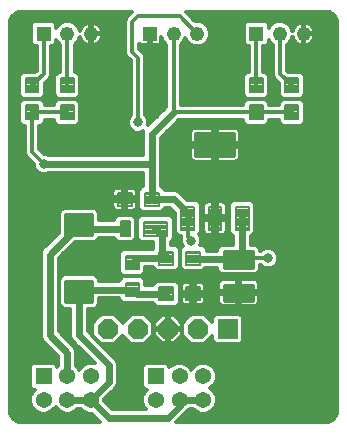
<source format=gbl>
G75*
%MOIN*%
%OFA0B0*%
%FSLAX25Y25*%
%IPPOS*%
%LPD*%
%AMOC8*
5,1,8,0,0,1.08239X$1,22.5*
%
%ADD10R,0.06600X0.06600*%
%ADD11OC8,0.06600*%
%ADD12C,0.00750*%
%ADD13C,0.00945*%
%ADD14C,0.01275*%
%ADD15C,0.01181*%
%ADD16R,0.05400X0.05400*%
%ADD17C,0.05400*%
%ADD18R,0.04800X0.04800*%
%ADD19C,0.04800*%
%ADD20C,0.00827*%
%ADD21C,0.00531*%
%ADD22C,0.01200*%
%ADD23C,0.03150*%
%ADD24C,0.02362*%
D10*
X0091026Y0052240D03*
D11*
X0081026Y0052240D03*
X0071026Y0052240D03*
X0061026Y0052240D03*
X0051026Y0052240D03*
D12*
X0057090Y0067782D02*
X0061340Y0067782D01*
X0061340Y0063132D01*
X0057090Y0063132D01*
X0057090Y0067782D01*
X0057090Y0063881D02*
X0061340Y0063881D01*
X0061340Y0064630D02*
X0057090Y0064630D01*
X0057090Y0065379D02*
X0061340Y0065379D01*
X0061340Y0066128D02*
X0057090Y0066128D01*
X0057090Y0066877D02*
X0061340Y0066877D01*
X0061340Y0067626D02*
X0057090Y0067626D01*
X0057090Y0076782D02*
X0061340Y0076782D01*
X0061340Y0072132D01*
X0057090Y0072132D01*
X0057090Y0076782D01*
X0057090Y0072881D02*
X0061340Y0072881D01*
X0061340Y0073630D02*
X0057090Y0073630D01*
X0057090Y0074379D02*
X0061340Y0074379D01*
X0061340Y0075128D02*
X0057090Y0075128D01*
X0057090Y0075877D02*
X0061340Y0075877D01*
X0061340Y0076626D02*
X0057090Y0076626D01*
X0072788Y0077987D02*
X0072788Y0073737D01*
X0068138Y0073737D01*
X0068138Y0077987D01*
X0072788Y0077987D01*
X0072788Y0074486D02*
X0068138Y0074486D01*
X0068138Y0075235D02*
X0072788Y0075235D01*
X0072788Y0075984D02*
X0068138Y0075984D01*
X0068138Y0076733D02*
X0072788Y0076733D01*
X0072788Y0077482D02*
X0068138Y0077482D01*
X0075551Y0093127D02*
X0079801Y0093127D01*
X0079801Y0085377D01*
X0075551Y0085377D01*
X0075551Y0093127D01*
X0075551Y0086126D02*
X0079801Y0086126D01*
X0079801Y0086875D02*
X0075551Y0086875D01*
X0075551Y0087624D02*
X0079801Y0087624D01*
X0079801Y0088373D02*
X0075551Y0088373D01*
X0075551Y0089122D02*
X0079801Y0089122D01*
X0079801Y0089871D02*
X0075551Y0089871D01*
X0075551Y0090620D02*
X0079801Y0090620D01*
X0079801Y0091369D02*
X0075551Y0091369D01*
X0075551Y0092118D02*
X0079801Y0092118D01*
X0079801Y0092867D02*
X0075551Y0092867D01*
X0068009Y0093422D02*
X0068009Y0097672D01*
X0068009Y0093422D02*
X0063359Y0093422D01*
X0063359Y0097672D01*
X0068009Y0097672D01*
X0068009Y0094171D02*
X0063359Y0094171D01*
X0063359Y0094920D02*
X0068009Y0094920D01*
X0068009Y0095669D02*
X0063359Y0095669D01*
X0063359Y0096418D02*
X0068009Y0096418D01*
X0068009Y0097167D02*
X0063359Y0097167D01*
X0059009Y0097672D02*
X0059009Y0093422D01*
X0054359Y0093422D01*
X0054359Y0097672D01*
X0059009Y0097672D01*
X0059009Y0094171D02*
X0054359Y0094171D01*
X0054359Y0094920D02*
X0059009Y0094920D01*
X0059009Y0095669D02*
X0054359Y0095669D01*
X0054359Y0096418D02*
X0059009Y0096418D01*
X0059009Y0097167D02*
X0054359Y0097167D01*
X0039687Y0122187D02*
X0035437Y0122187D01*
X0035437Y0126837D01*
X0039687Y0126837D01*
X0039687Y0122187D01*
X0039687Y0122936D02*
X0035437Y0122936D01*
X0035437Y0123685D02*
X0039687Y0123685D01*
X0039687Y0124434D02*
X0035437Y0124434D01*
X0035437Y0125183D02*
X0039687Y0125183D01*
X0039687Y0125932D02*
X0035437Y0125932D01*
X0035437Y0126681D02*
X0039687Y0126681D01*
X0039687Y0131187D02*
X0035437Y0131187D01*
X0035437Y0135837D01*
X0039687Y0135837D01*
X0039687Y0131187D01*
X0039687Y0131936D02*
X0035437Y0131936D01*
X0035437Y0132685D02*
X0039687Y0132685D01*
X0039687Y0133434D02*
X0035437Y0133434D01*
X0035437Y0134183D02*
X0039687Y0134183D01*
X0039687Y0134932D02*
X0035437Y0134932D01*
X0035437Y0135681D02*
X0039687Y0135681D01*
X0027876Y0131187D02*
X0023626Y0131187D01*
X0023626Y0135837D01*
X0027876Y0135837D01*
X0027876Y0131187D01*
X0027876Y0131936D02*
X0023626Y0131936D01*
X0023626Y0132685D02*
X0027876Y0132685D01*
X0027876Y0133434D02*
X0023626Y0133434D01*
X0023626Y0134183D02*
X0027876Y0134183D01*
X0027876Y0134932D02*
X0023626Y0134932D01*
X0023626Y0135681D02*
X0027876Y0135681D01*
X0027876Y0122187D02*
X0023626Y0122187D01*
X0023626Y0126837D01*
X0027876Y0126837D01*
X0027876Y0122187D01*
X0027876Y0122936D02*
X0023626Y0122936D01*
X0023626Y0123685D02*
X0027876Y0123685D01*
X0027876Y0124434D02*
X0023626Y0124434D01*
X0023626Y0125183D02*
X0027876Y0125183D01*
X0027876Y0125932D02*
X0023626Y0125932D01*
X0023626Y0126681D02*
X0027876Y0126681D01*
X0081788Y0077987D02*
X0081788Y0073737D01*
X0077138Y0073737D01*
X0077138Y0077987D01*
X0081788Y0077987D01*
X0081788Y0074486D02*
X0077138Y0074486D01*
X0077138Y0075235D02*
X0081788Y0075235D01*
X0081788Y0075984D02*
X0077138Y0075984D01*
X0077138Y0076733D02*
X0081788Y0076733D01*
X0081788Y0077482D02*
X0077138Y0077482D01*
X0084650Y0093127D02*
X0088900Y0093127D01*
X0088900Y0085377D01*
X0084650Y0085377D01*
X0084650Y0093127D01*
X0084650Y0086126D02*
X0088900Y0086126D01*
X0088900Y0086875D02*
X0084650Y0086875D01*
X0084650Y0087624D02*
X0088900Y0087624D01*
X0088900Y0088373D02*
X0084650Y0088373D01*
X0084650Y0089122D02*
X0088900Y0089122D01*
X0088900Y0089871D02*
X0084650Y0089871D01*
X0084650Y0090620D02*
X0088900Y0090620D01*
X0088900Y0091369D02*
X0084650Y0091369D01*
X0084650Y0092118D02*
X0088900Y0092118D01*
X0088900Y0092867D02*
X0084650Y0092867D01*
X0093748Y0093127D02*
X0097998Y0093127D01*
X0097998Y0085377D01*
X0093748Y0085377D01*
X0093748Y0093127D01*
X0093748Y0086126D02*
X0097998Y0086126D01*
X0097998Y0086875D02*
X0093748Y0086875D01*
X0093748Y0087624D02*
X0097998Y0087624D01*
X0097998Y0088373D02*
X0093748Y0088373D01*
X0093748Y0089122D02*
X0097998Y0089122D01*
X0097998Y0089871D02*
X0093748Y0089871D01*
X0093748Y0090620D02*
X0097998Y0090620D01*
X0097998Y0091369D02*
X0093748Y0091369D01*
X0093748Y0092118D02*
X0097998Y0092118D01*
X0097998Y0092867D02*
X0093748Y0092867D01*
X0081788Y0066176D02*
X0081788Y0061926D01*
X0077138Y0061926D01*
X0077138Y0066176D01*
X0081788Y0066176D01*
X0081788Y0062675D02*
X0077138Y0062675D01*
X0077138Y0063424D02*
X0081788Y0063424D01*
X0081788Y0064173D02*
X0077138Y0064173D01*
X0077138Y0064922D02*
X0081788Y0064922D01*
X0081788Y0065671D02*
X0077138Y0065671D01*
X0072788Y0066176D02*
X0072788Y0061926D01*
X0068138Y0061926D01*
X0068138Y0066176D01*
X0072788Y0066176D01*
X0072788Y0062675D02*
X0068138Y0062675D01*
X0068138Y0063424D02*
X0072788Y0063424D01*
X0072788Y0064173D02*
X0068138Y0064173D01*
X0068138Y0064922D02*
X0072788Y0064922D01*
X0072788Y0065671D02*
X0068138Y0065671D01*
X0098429Y0122187D02*
X0102679Y0122187D01*
X0098429Y0122187D02*
X0098429Y0126837D01*
X0102679Y0126837D01*
X0102679Y0122187D01*
X0102679Y0122936D02*
X0098429Y0122936D01*
X0098429Y0123685D02*
X0102679Y0123685D01*
X0102679Y0124434D02*
X0098429Y0124434D01*
X0098429Y0125183D02*
X0102679Y0125183D01*
X0102679Y0125932D02*
X0098429Y0125932D01*
X0098429Y0126681D02*
X0102679Y0126681D01*
X0102679Y0131187D02*
X0098429Y0131187D01*
X0098429Y0135837D01*
X0102679Y0135837D01*
X0102679Y0131187D01*
X0102679Y0131936D02*
X0098429Y0131936D01*
X0098429Y0132685D02*
X0102679Y0132685D01*
X0102679Y0133434D02*
X0098429Y0133434D01*
X0098429Y0134183D02*
X0102679Y0134183D01*
X0102679Y0134932D02*
X0098429Y0134932D01*
X0098429Y0135681D02*
X0102679Y0135681D01*
X0110240Y0131187D02*
X0114490Y0131187D01*
X0110240Y0131187D02*
X0110240Y0135837D01*
X0114490Y0135837D01*
X0114490Y0131187D01*
X0114490Y0131936D02*
X0110240Y0131936D01*
X0110240Y0132685D02*
X0114490Y0132685D01*
X0114490Y0133434D02*
X0110240Y0133434D01*
X0110240Y0134183D02*
X0114490Y0134183D01*
X0114490Y0134932D02*
X0110240Y0134932D01*
X0110240Y0135681D02*
X0114490Y0135681D01*
X0114490Y0122187D02*
X0110240Y0122187D01*
X0110240Y0126837D01*
X0114490Y0126837D01*
X0114490Y0122187D01*
X0114490Y0122936D02*
X0110240Y0122936D01*
X0110240Y0123685D02*
X0114490Y0123685D01*
X0114490Y0124434D02*
X0110240Y0124434D01*
X0110240Y0125183D02*
X0114490Y0125183D01*
X0114490Y0125932D02*
X0110240Y0125932D01*
X0110240Y0126681D02*
X0114490Y0126681D01*
D13*
X0089806Y0078146D02*
X0089806Y0072792D01*
X0089806Y0078146D02*
X0099492Y0078146D01*
X0099492Y0072792D01*
X0089806Y0072792D01*
X0089806Y0073736D02*
X0099492Y0073736D01*
X0099492Y0074680D02*
X0089806Y0074680D01*
X0089806Y0075624D02*
X0099492Y0075624D01*
X0099492Y0076568D02*
X0089806Y0076568D01*
X0089806Y0077512D02*
X0099492Y0077512D01*
X0089806Y0067122D02*
X0089806Y0061768D01*
X0089806Y0067122D02*
X0099492Y0067122D01*
X0099492Y0061768D01*
X0089806Y0061768D01*
X0089806Y0062712D02*
X0099492Y0062712D01*
X0099492Y0063656D02*
X0089806Y0063656D01*
X0089806Y0064600D02*
X0099492Y0064600D01*
X0099492Y0065544D02*
X0089806Y0065544D01*
X0089806Y0066488D02*
X0099492Y0066488D01*
D14*
X0093138Y0117267D02*
X0080412Y0117267D01*
X0093138Y0117267D02*
X0093138Y0110041D01*
X0080412Y0110041D01*
X0080412Y0117267D01*
X0080412Y0111315D02*
X0093138Y0111315D01*
X0093138Y0112589D02*
X0080412Y0112589D01*
X0080412Y0113863D02*
X0093138Y0113863D01*
X0093138Y0115137D02*
X0080412Y0115137D01*
X0080412Y0116411D02*
X0093138Y0116411D01*
D15*
X0100554Y0124512D02*
X0072995Y0124512D01*
X0072995Y0150665D01*
X0074963Y0156571D02*
X0080869Y0150665D01*
X0074963Y0156571D02*
X0061184Y0156571D01*
X0059215Y0154602D01*
X0059215Y0144760D01*
X0061184Y0142791D01*
X0061184Y0121138D01*
X0037562Y0124512D02*
X0025751Y0124512D01*
X0025751Y0111295D01*
X0029688Y0107358D01*
X0037168Y0090312D02*
X0037168Y0083618D01*
X0037168Y0090312D02*
X0045830Y0090312D01*
X0045830Y0083618D01*
X0037168Y0083618D01*
X0037168Y0084798D02*
X0045830Y0084798D01*
X0045830Y0085978D02*
X0037168Y0085978D01*
X0037168Y0087158D02*
X0045830Y0087158D01*
X0045830Y0088338D02*
X0037168Y0088338D01*
X0037168Y0089518D02*
X0045830Y0089518D01*
X0045830Y0068107D02*
X0045830Y0061413D01*
X0037168Y0061413D01*
X0037168Y0068107D01*
X0045830Y0068107D01*
X0045830Y0062593D02*
X0037168Y0062593D01*
X0037168Y0063773D02*
X0045830Y0063773D01*
X0045830Y0064953D02*
X0037168Y0064953D01*
X0037168Y0066133D02*
X0045830Y0066133D01*
X0045830Y0067313D02*
X0037168Y0067313D01*
X0070463Y0052803D02*
X0071026Y0052240D01*
X0094255Y0075862D02*
X0094649Y0075469D01*
X0095873Y0076693D02*
X0096704Y0075862D01*
X0104491Y0075862D01*
X0078900Y0081768D02*
X0077676Y0082992D01*
X0077676Y0089252D01*
X0100554Y0124512D02*
X0112365Y0124512D01*
X0112365Y0133512D02*
X0108428Y0137449D01*
X0108428Y0150665D01*
X0100554Y0150665D02*
X0100554Y0133512D01*
X0037562Y0133512D02*
X0037562Y0150665D01*
X0029688Y0150665D02*
X0029688Y0137449D01*
X0025751Y0133512D01*
D16*
X0029688Y0036492D03*
X0067089Y0036492D03*
D17*
X0067089Y0028618D03*
X0074963Y0028618D03*
X0074963Y0036492D03*
X0082838Y0036492D03*
X0082838Y0028618D03*
X0045436Y0028618D03*
X0045436Y0036492D03*
X0037562Y0036492D03*
X0037562Y0028618D03*
X0029688Y0028618D03*
D18*
X0029688Y0150665D03*
X0065121Y0150665D03*
X0100554Y0150665D03*
D19*
X0108428Y0150665D03*
X0116302Y0150665D03*
X0080869Y0150665D03*
X0072995Y0150665D03*
X0045436Y0150665D03*
X0037562Y0150665D03*
D20*
X0062976Y0088048D02*
X0070810Y0088048D01*
X0070810Y0083362D01*
X0062976Y0083362D01*
X0062976Y0088048D01*
X0062976Y0084188D02*
X0070810Y0084188D01*
X0070810Y0085014D02*
X0062976Y0085014D01*
X0062976Y0085840D02*
X0070810Y0085840D01*
X0070810Y0086666D02*
X0062976Y0086666D01*
X0062976Y0087492D02*
X0070810Y0087492D01*
D21*
X0058359Y0088196D02*
X0055347Y0088196D01*
X0058359Y0088196D02*
X0058359Y0083214D01*
X0055347Y0083214D01*
X0055347Y0088196D01*
X0055347Y0083744D02*
X0058359Y0083744D01*
X0058359Y0084274D02*
X0055347Y0084274D01*
X0055347Y0084804D02*
X0058359Y0084804D01*
X0058359Y0085334D02*
X0055347Y0085334D01*
X0055347Y0085864D02*
X0058359Y0085864D01*
X0058359Y0086394D02*
X0055347Y0086394D01*
X0055347Y0086924D02*
X0058359Y0086924D01*
X0058359Y0087454D02*
X0055347Y0087454D01*
X0055347Y0087984D02*
X0058359Y0087984D01*
D22*
X0019039Y0022827D02*
X0019960Y0021906D01*
X0021163Y0021408D01*
X0021814Y0021344D01*
X0048494Y0021344D01*
X0045720Y0024118D01*
X0044541Y0024118D01*
X0042887Y0024803D01*
X0042053Y0025637D01*
X0040945Y0025637D01*
X0040111Y0024803D01*
X0038457Y0024118D01*
X0036667Y0024118D01*
X0035013Y0024803D01*
X0033747Y0026069D01*
X0033625Y0026364D01*
X0033503Y0026069D01*
X0032237Y0024803D01*
X0030583Y0024118D01*
X0028793Y0024118D01*
X0027139Y0024803D01*
X0025873Y0026069D01*
X0025188Y0027723D01*
X0025188Y0029513D01*
X0025873Y0031167D01*
X0026698Y0031992D01*
X0026242Y0031992D01*
X0025188Y0033047D01*
X0025188Y0039938D01*
X0026242Y0040992D01*
X0033133Y0040992D01*
X0034188Y0039938D01*
X0034188Y0039482D01*
X0034581Y0039875D01*
X0034581Y0043131D01*
X0029968Y0047744D01*
X0029129Y0048583D01*
X0028675Y0049679D01*
X0028675Y0077715D01*
X0029129Y0078811D01*
X0034778Y0084459D01*
X0034778Y0090787D01*
X0035142Y0091665D01*
X0035814Y0092338D01*
X0036693Y0092702D01*
X0046305Y0092702D01*
X0047184Y0092338D01*
X0047856Y0091665D01*
X0048220Y0090787D01*
X0048220Y0088686D01*
X0053282Y0088686D01*
X0053282Y0089051D01*
X0054492Y0090261D01*
X0059215Y0090261D01*
X0060425Y0089051D01*
X0060425Y0082359D01*
X0059215Y0081149D01*
X0054492Y0081149D01*
X0053282Y0082359D01*
X0053282Y0082724D01*
X0048047Y0082724D01*
X0047856Y0082264D01*
X0047184Y0081591D01*
X0046305Y0081228D01*
X0039978Y0081228D01*
X0034637Y0075887D01*
X0034637Y0051506D01*
X0040089Y0046055D01*
X0040543Y0044959D01*
X0040543Y0039875D01*
X0041377Y0039041D01*
X0041499Y0038746D01*
X0041621Y0039041D01*
X0042887Y0040307D01*
X0044541Y0040992D01*
X0046331Y0040992D01*
X0046726Y0040828D01*
X0039810Y0047744D01*
X0038972Y0048583D01*
X0038518Y0049679D01*
X0038518Y0059023D01*
X0036693Y0059023D01*
X0035814Y0059387D01*
X0035142Y0060059D01*
X0034778Y0060938D01*
X0034778Y0068582D01*
X0035142Y0069460D01*
X0035814Y0070133D01*
X0036693Y0070497D01*
X0046305Y0070497D01*
X0047184Y0070133D01*
X0047856Y0069460D01*
X0048220Y0068582D01*
X0048220Y0068438D01*
X0054915Y0068438D01*
X0054915Y0068683D01*
X0056190Y0069957D01*
X0062241Y0069957D01*
X0063515Y0071231D01*
X0063515Y0072881D01*
X0065963Y0072881D01*
X0065963Y0072836D01*
X0067238Y0071562D01*
X0073689Y0071562D01*
X0074963Y0072836D01*
X0074963Y0078888D01*
X0073689Y0080162D01*
X0072039Y0080162D01*
X0072039Y0081461D01*
X0073023Y0082445D01*
X0073023Y0088964D01*
X0071727Y0090261D01*
X0062058Y0090261D01*
X0060762Y0088964D01*
X0060762Y0082445D01*
X0062058Y0081149D01*
X0066077Y0081149D01*
X0066077Y0079001D01*
X0065963Y0078888D01*
X0065963Y0078843D01*
X0062355Y0078843D01*
X0062241Y0078957D01*
X0056190Y0078957D01*
X0054915Y0077683D01*
X0054915Y0071231D01*
X0056190Y0069957D01*
X0062241Y0069957D01*
X0063515Y0068683D01*
X0063515Y0067032D01*
X0065963Y0067032D01*
X0065963Y0067077D01*
X0067238Y0068351D01*
X0073689Y0068351D01*
X0074963Y0067077D01*
X0074963Y0061025D01*
X0073689Y0059751D01*
X0067238Y0059751D01*
X0065963Y0061025D01*
X0065963Y0061070D01*
X0062355Y0061070D01*
X0062241Y0060957D01*
X0056190Y0060957D01*
X0054915Y0062231D01*
X0054915Y0062476D01*
X0048220Y0062476D01*
X0048220Y0060938D01*
X0047856Y0060059D01*
X0047184Y0059387D01*
X0046305Y0059023D01*
X0044480Y0059023D01*
X0044480Y0051506D01*
X0053869Y0042118D01*
X0054323Y0041022D01*
X0054323Y0033931D01*
X0053869Y0032835D01*
X0053030Y0031996D01*
X0049936Y0028902D01*
X0049936Y0028334D01*
X0052576Y0025694D01*
X0063650Y0025694D01*
X0063275Y0026069D01*
X0062589Y0027723D01*
X0062589Y0029513D01*
X0063275Y0031167D01*
X0064100Y0031992D01*
X0063644Y0031992D01*
X0062589Y0033047D01*
X0062589Y0039938D01*
X0063644Y0040992D01*
X0070535Y0040992D01*
X0071589Y0039938D01*
X0071589Y0039482D01*
X0072414Y0040307D01*
X0074068Y0040992D01*
X0075859Y0040992D01*
X0077513Y0040307D01*
X0078778Y0039041D01*
X0078900Y0038746D01*
X0079023Y0039041D01*
X0080288Y0040307D01*
X0081942Y0040992D01*
X0083733Y0040992D01*
X0085387Y0040307D01*
X0086652Y0039041D01*
X0087337Y0037387D01*
X0087337Y0035597D01*
X0086652Y0033943D01*
X0085387Y0032677D01*
X0085092Y0032555D01*
X0085387Y0032433D01*
X0086652Y0031167D01*
X0087337Y0029513D01*
X0087337Y0027723D01*
X0086652Y0026069D01*
X0085387Y0024803D01*
X0083733Y0024118D01*
X0081942Y0024118D01*
X0080288Y0024803D01*
X0079455Y0025637D01*
X0078346Y0025637D01*
X0077513Y0024803D01*
X0077206Y0024676D01*
X0073874Y0021344D01*
X0124176Y0021344D01*
X0124827Y0021408D01*
X0126030Y0021906D01*
X0126951Y0022827D01*
X0127449Y0024030D01*
X0127513Y0024681D01*
X0127513Y0154602D01*
X0127449Y0155253D01*
X0126951Y0156456D01*
X0126030Y0157377D01*
X0124827Y0157875D01*
X0124176Y0157939D01*
X0076976Y0157939D01*
X0080050Y0154865D01*
X0081704Y0154865D01*
X0083248Y0154226D01*
X0084430Y0153044D01*
X0085069Y0151501D01*
X0085069Y0149830D01*
X0084430Y0148286D01*
X0083248Y0147105D01*
X0081704Y0146465D01*
X0080034Y0146465D01*
X0078490Y0147105D01*
X0077308Y0148286D01*
X0076932Y0149195D01*
X0076556Y0148286D01*
X0075386Y0147116D01*
X0075386Y0126902D01*
X0096254Y0126902D01*
X0096254Y0127738D01*
X0097528Y0129012D01*
X0103580Y0129012D01*
X0104854Y0130286D01*
X0104854Y0136738D01*
X0103580Y0138012D01*
X0102945Y0138012D01*
X0102945Y0146465D01*
X0103700Y0146465D01*
X0104754Y0147520D01*
X0104754Y0148560D01*
X0104867Y0148286D01*
X0106037Y0147116D01*
X0106037Y0136973D01*
X0106401Y0136095D01*
X0108065Y0134431D01*
X0108065Y0130286D01*
X0109339Y0129012D01*
X0115391Y0129012D01*
X0116665Y0130286D01*
X0116665Y0136738D01*
X0115391Y0138012D01*
X0111246Y0138012D01*
X0110819Y0138439D01*
X0110819Y0147116D01*
X0111989Y0148286D01*
X0112614Y0149795D01*
X0112660Y0149561D01*
X0112946Y0148871D01*
X0113360Y0148251D01*
X0113888Y0147723D01*
X0114508Y0147309D01*
X0115197Y0147023D01*
X0115929Y0146878D01*
X0116102Y0146878D01*
X0116102Y0150465D01*
X0116502Y0150465D01*
X0116502Y0146878D01*
X0116675Y0146878D01*
X0117407Y0147023D01*
X0118096Y0147309D01*
X0118716Y0147723D01*
X0119244Y0148251D01*
X0119658Y0148871D01*
X0119944Y0149561D01*
X0120089Y0150292D01*
X0120089Y0150465D01*
X0116502Y0150465D01*
X0116502Y0150865D01*
X0120089Y0150865D01*
X0120089Y0151038D01*
X0119944Y0151770D01*
X0119658Y0152459D01*
X0119244Y0153080D01*
X0118716Y0153607D01*
X0118096Y0154022D01*
X0117407Y0154307D01*
X0116675Y0154453D01*
X0116502Y0154453D01*
X0116502Y0150865D01*
X0116102Y0150865D01*
X0116102Y0154453D01*
X0115929Y0154453D01*
X0115197Y0154307D01*
X0114508Y0154022D01*
X0113888Y0153607D01*
X0113360Y0153080D01*
X0112946Y0152459D01*
X0112660Y0151770D01*
X0112614Y0151536D01*
X0111989Y0153044D01*
X0110807Y0154226D01*
X0109263Y0154865D01*
X0107593Y0154865D01*
X0106049Y0154226D01*
X0104867Y0153044D01*
X0104754Y0152771D01*
X0104754Y0153811D01*
X0103700Y0154865D01*
X0097408Y0154865D01*
X0096354Y0153811D01*
X0096354Y0147520D01*
X0097408Y0146465D01*
X0098163Y0146465D01*
X0098163Y0138012D01*
X0097528Y0138012D01*
X0096254Y0136738D01*
X0096254Y0130286D01*
X0097528Y0129012D01*
X0103580Y0129012D01*
X0104854Y0127738D01*
X0104854Y0126902D01*
X0108065Y0126902D01*
X0108065Y0127738D01*
X0109339Y0129012D01*
X0115391Y0129012D01*
X0116665Y0127738D01*
X0116665Y0121286D01*
X0115391Y0120012D01*
X0109339Y0120012D01*
X0108065Y0121286D01*
X0108065Y0122121D01*
X0104854Y0122121D01*
X0104854Y0121286D01*
X0103580Y0120012D01*
X0097528Y0120012D01*
X0096254Y0121286D01*
X0096254Y0122121D01*
X0074820Y0122121D01*
X0068665Y0115966D01*
X0068665Y0099847D01*
X0068910Y0099847D01*
X0070184Y0098573D01*
X0070184Y0098528D01*
X0073588Y0098528D01*
X0074684Y0098074D01*
X0075522Y0097236D01*
X0077456Y0095302D01*
X0080702Y0095302D01*
X0081976Y0094028D01*
X0081976Y0084476D01*
X0081470Y0083970D01*
X0081762Y0083679D01*
X0082275Y0082439D01*
X0082275Y0081096D01*
X0081888Y0080162D01*
X0082689Y0080162D01*
X0083963Y0078888D01*
X0083963Y0078450D01*
X0087534Y0078450D01*
X0087534Y0079087D01*
X0088865Y0080418D01*
X0092892Y0080418D01*
X0092892Y0083202D01*
X0092847Y0083202D01*
X0091573Y0084476D01*
X0091573Y0094028D01*
X0092847Y0095302D01*
X0098899Y0095302D01*
X0100173Y0094028D01*
X0100173Y0084476D01*
X0098899Y0083202D01*
X0098854Y0083202D01*
X0098854Y0080418D01*
X0100432Y0080418D01*
X0101763Y0079087D01*
X0101763Y0078253D01*
X0102109Y0078253D01*
X0102579Y0078723D01*
X0103820Y0079237D01*
X0105162Y0079237D01*
X0106403Y0078723D01*
X0107352Y0077774D01*
X0107866Y0076533D01*
X0107866Y0075191D01*
X0107352Y0073951D01*
X0106403Y0073001D01*
X0105162Y0072487D01*
X0103820Y0072487D01*
X0102579Y0073001D01*
X0102109Y0073472D01*
X0101763Y0073472D01*
X0101763Y0071850D01*
X0100432Y0070519D01*
X0088865Y0070519D01*
X0087534Y0071850D01*
X0087534Y0072487D01*
X0083615Y0072487D01*
X0082689Y0071562D01*
X0076238Y0071562D01*
X0074963Y0072836D01*
X0074963Y0078888D01*
X0076008Y0079932D01*
X0075526Y0081096D01*
X0075526Y0081937D01*
X0075286Y0082517D01*
X0075286Y0083202D01*
X0074650Y0083202D01*
X0073376Y0084476D01*
X0073376Y0090950D01*
X0071760Y0092566D01*
X0070184Y0092566D01*
X0070184Y0092521D01*
X0068910Y0091247D01*
X0062458Y0091247D01*
X0061184Y0092521D01*
X0061184Y0098573D01*
X0062458Y0099847D01*
X0062703Y0099847D01*
X0062703Y0104377D01*
X0031310Y0104377D01*
X0030359Y0103983D01*
X0029017Y0103983D01*
X0027776Y0104497D01*
X0026827Y0105447D01*
X0026313Y0106687D01*
X0026313Y0107352D01*
X0024397Y0109269D01*
X0023724Y0109941D01*
X0023360Y0110820D01*
X0023360Y0120012D01*
X0022725Y0120012D01*
X0021451Y0121286D01*
X0021451Y0127738D01*
X0022725Y0129012D01*
X0028777Y0129012D01*
X0030051Y0130286D01*
X0030051Y0134431D01*
X0031042Y0135422D01*
X0031714Y0136095D01*
X0032078Y0136973D01*
X0032078Y0146465D01*
X0032833Y0146465D01*
X0033888Y0147520D01*
X0033888Y0148560D01*
X0034001Y0148286D01*
X0035171Y0147116D01*
X0035171Y0138012D01*
X0034536Y0138012D01*
X0033262Y0136738D01*
X0033262Y0130286D01*
X0034536Y0129012D01*
X0040588Y0129012D01*
X0041862Y0130286D01*
X0041862Y0136738D01*
X0040588Y0138012D01*
X0039952Y0138012D01*
X0039952Y0147116D01*
X0041122Y0148286D01*
X0041747Y0149795D01*
X0041794Y0149561D01*
X0042080Y0148871D01*
X0042494Y0148251D01*
X0043022Y0147723D01*
X0043642Y0147309D01*
X0044331Y0147023D01*
X0045063Y0146878D01*
X0045236Y0146878D01*
X0045236Y0150465D01*
X0045636Y0150465D01*
X0045636Y0146878D01*
X0045809Y0146878D01*
X0046541Y0147023D01*
X0047230Y0147309D01*
X0047850Y0147723D01*
X0048378Y0148251D01*
X0048792Y0148871D01*
X0049078Y0149561D01*
X0049223Y0150292D01*
X0049223Y0150465D01*
X0045636Y0150465D01*
X0045636Y0150865D01*
X0049223Y0150865D01*
X0049223Y0151038D01*
X0049078Y0151770D01*
X0048792Y0152459D01*
X0048378Y0153080D01*
X0047850Y0153607D01*
X0047230Y0154022D01*
X0046541Y0154307D01*
X0045809Y0154453D01*
X0045636Y0154453D01*
X0045636Y0150865D01*
X0045236Y0150865D01*
X0045236Y0154453D01*
X0045063Y0154453D01*
X0044331Y0154307D01*
X0043642Y0154022D01*
X0043022Y0153607D01*
X0042494Y0153080D01*
X0042080Y0152459D01*
X0041794Y0151770D01*
X0041747Y0151536D01*
X0041122Y0153044D01*
X0039941Y0154226D01*
X0038397Y0154865D01*
X0036726Y0154865D01*
X0035183Y0154226D01*
X0034001Y0153044D01*
X0033888Y0152771D01*
X0033888Y0153811D01*
X0032833Y0154865D01*
X0026542Y0154865D01*
X0025488Y0153811D01*
X0025488Y0147520D01*
X0026542Y0146465D01*
X0027297Y0146465D01*
X0027297Y0138439D01*
X0026870Y0138012D01*
X0022725Y0138012D01*
X0021451Y0136738D01*
X0021451Y0130286D01*
X0022725Y0129012D01*
X0028777Y0129012D01*
X0030051Y0127738D01*
X0030051Y0126902D01*
X0033262Y0126902D01*
X0033262Y0127738D01*
X0034536Y0129012D01*
X0040588Y0129012D01*
X0041862Y0127738D01*
X0041862Y0121286D01*
X0040588Y0120012D01*
X0034536Y0120012D01*
X0033262Y0121286D01*
X0033262Y0122121D01*
X0030051Y0122121D01*
X0030051Y0121286D01*
X0028777Y0120012D01*
X0028141Y0120012D01*
X0028141Y0112285D01*
X0029694Y0110733D01*
X0030359Y0110733D01*
X0031310Y0110339D01*
X0062703Y0110339D01*
X0062703Y0117794D01*
X0062863Y0118180D01*
X0061855Y0117763D01*
X0060513Y0117763D01*
X0059272Y0118277D01*
X0058323Y0119226D01*
X0057809Y0120466D01*
X0057809Y0121809D01*
X0058323Y0123049D01*
X0058793Y0123520D01*
X0058793Y0141801D01*
X0057861Y0142733D01*
X0057189Y0143406D01*
X0056825Y0144284D01*
X0056825Y0155078D01*
X0057189Y0155956D01*
X0057861Y0156629D01*
X0057861Y0156629D01*
X0059157Y0157925D01*
X0059157Y0157925D01*
X0059172Y0157939D01*
X0021814Y0157939D01*
X0021163Y0157875D01*
X0019960Y0157377D01*
X0019039Y0156456D01*
X0018541Y0155253D01*
X0018477Y0154602D01*
X0018477Y0024681D01*
X0018541Y0024030D01*
X0019039Y0022827D01*
X0019495Y0022371D02*
X0047467Y0022371D01*
X0046268Y0023570D02*
X0018732Y0023570D01*
X0018477Y0024768D02*
X0027223Y0024768D01*
X0025975Y0025967D02*
X0018477Y0025967D01*
X0018477Y0027165D02*
X0025419Y0027165D01*
X0025188Y0028364D02*
X0018477Y0028364D01*
X0018477Y0029562D02*
X0025208Y0029562D01*
X0025705Y0030761D02*
X0018477Y0030761D01*
X0018477Y0031959D02*
X0026665Y0031959D01*
X0025188Y0033158D02*
X0018477Y0033158D01*
X0018477Y0034356D02*
X0025188Y0034356D01*
X0025188Y0035555D02*
X0018477Y0035555D01*
X0018477Y0036753D02*
X0025188Y0036753D01*
X0025188Y0037952D02*
X0018477Y0037952D01*
X0018477Y0039150D02*
X0025188Y0039150D01*
X0025599Y0040349D02*
X0018477Y0040349D01*
X0018477Y0041547D02*
X0034581Y0041547D01*
X0034581Y0040349D02*
X0033777Y0040349D01*
X0034581Y0042746D02*
X0018477Y0042746D01*
X0018477Y0043944D02*
X0033768Y0043944D01*
X0032569Y0045143D02*
X0018477Y0045143D01*
X0018477Y0046341D02*
X0031371Y0046341D01*
X0030172Y0047540D02*
X0018477Y0047540D01*
X0018477Y0048738D02*
X0029065Y0048738D01*
X0028675Y0049937D02*
X0018477Y0049937D01*
X0018477Y0051135D02*
X0028675Y0051135D01*
X0028675Y0052334D02*
X0018477Y0052334D01*
X0018477Y0053532D02*
X0028675Y0053532D01*
X0028675Y0054731D02*
X0018477Y0054731D01*
X0018477Y0055929D02*
X0028675Y0055929D01*
X0028675Y0057128D02*
X0018477Y0057128D01*
X0018477Y0058326D02*
X0028675Y0058326D01*
X0028675Y0059525D02*
X0018477Y0059525D01*
X0018477Y0060723D02*
X0028675Y0060723D01*
X0028675Y0061922D02*
X0018477Y0061922D01*
X0018477Y0063121D02*
X0028675Y0063121D01*
X0028675Y0064319D02*
X0018477Y0064319D01*
X0018477Y0065518D02*
X0028675Y0065518D01*
X0028675Y0066716D02*
X0018477Y0066716D01*
X0018477Y0067915D02*
X0028675Y0067915D01*
X0028675Y0069113D02*
X0018477Y0069113D01*
X0018477Y0070312D02*
X0028675Y0070312D01*
X0028675Y0071510D02*
X0018477Y0071510D01*
X0018477Y0072709D02*
X0028675Y0072709D01*
X0028675Y0073907D02*
X0018477Y0073907D01*
X0018477Y0075106D02*
X0028675Y0075106D01*
X0028675Y0076304D02*
X0018477Y0076304D01*
X0018477Y0077503D02*
X0028675Y0077503D01*
X0029084Y0078701D02*
X0018477Y0078701D01*
X0018477Y0079900D02*
X0030218Y0079900D01*
X0031417Y0081098D02*
X0018477Y0081098D01*
X0018477Y0082297D02*
X0032615Y0082297D01*
X0033814Y0083495D02*
X0018477Y0083495D01*
X0018477Y0084694D02*
X0034778Y0084694D01*
X0034778Y0085892D02*
X0018477Y0085892D01*
X0018477Y0087091D02*
X0034778Y0087091D01*
X0034778Y0088289D02*
X0018477Y0088289D01*
X0018477Y0089488D02*
X0034778Y0089488D01*
X0034778Y0090686D02*
X0018477Y0090686D01*
X0018477Y0091885D02*
X0035361Y0091885D01*
X0039848Y0081098D02*
X0066077Y0081098D01*
X0066077Y0079900D02*
X0038650Y0079900D01*
X0037451Y0078701D02*
X0055934Y0078701D01*
X0054915Y0077503D02*
X0036253Y0077503D01*
X0035054Y0076304D02*
X0054915Y0076304D01*
X0054915Y0075106D02*
X0034637Y0075106D01*
X0034637Y0073907D02*
X0054915Y0073907D01*
X0054915Y0072709D02*
X0034637Y0072709D01*
X0034637Y0071510D02*
X0054915Y0071510D01*
X0055835Y0070312D02*
X0046752Y0070312D01*
X0048000Y0069113D02*
X0055346Y0069113D01*
X0055224Y0061922D02*
X0048220Y0061922D01*
X0048131Y0060723D02*
X0066265Y0060723D01*
X0063139Y0057340D02*
X0058914Y0057340D01*
X0056026Y0054453D01*
X0053139Y0057340D01*
X0048914Y0057340D01*
X0045926Y0054353D01*
X0045926Y0050128D01*
X0048914Y0047140D01*
X0053139Y0047140D01*
X0056026Y0050028D01*
X0058914Y0047140D01*
X0063139Y0047140D01*
X0066126Y0050128D01*
X0066126Y0054353D01*
X0063139Y0057340D01*
X0063351Y0057128D02*
X0078702Y0057128D01*
X0078914Y0057340D02*
X0075926Y0054353D01*
X0075926Y0050128D01*
X0078914Y0047140D01*
X0083139Y0047140D01*
X0085926Y0049928D01*
X0085926Y0048195D01*
X0086981Y0047140D01*
X0095072Y0047140D01*
X0096126Y0048195D01*
X0096126Y0056286D01*
X0095072Y0057340D01*
X0086981Y0057340D01*
X0085926Y0056286D01*
X0085926Y0054553D01*
X0083139Y0057340D01*
X0078914Y0057340D01*
X0077503Y0055929D02*
X0073966Y0055929D01*
X0072968Y0056928D02*
X0071312Y0056928D01*
X0071312Y0052526D01*
X0070741Y0052526D01*
X0070741Y0056928D01*
X0069085Y0056928D01*
X0066339Y0054182D01*
X0066339Y0052526D01*
X0070741Y0052526D01*
X0070741Y0051954D01*
X0071312Y0051954D01*
X0071312Y0047553D01*
X0072968Y0047553D01*
X0075714Y0050299D01*
X0075714Y0051954D01*
X0071312Y0051954D01*
X0071312Y0052526D01*
X0075714Y0052526D01*
X0075714Y0054182D01*
X0072968Y0056928D01*
X0071312Y0055929D02*
X0070741Y0055929D01*
X0070741Y0054731D02*
X0071312Y0054731D01*
X0071312Y0053532D02*
X0070741Y0053532D01*
X0070741Y0052334D02*
X0066126Y0052334D01*
X0066339Y0051954D02*
X0066339Y0050299D01*
X0069085Y0047553D01*
X0070741Y0047553D01*
X0070741Y0051954D01*
X0066339Y0051954D01*
X0066339Y0051135D02*
X0066126Y0051135D01*
X0065936Y0049937D02*
X0066701Y0049937D01*
X0067899Y0048738D02*
X0064737Y0048738D01*
X0063539Y0047540D02*
X0078514Y0047540D01*
X0077316Y0048738D02*
X0074154Y0048738D01*
X0075352Y0049937D02*
X0076117Y0049937D01*
X0075926Y0051135D02*
X0075714Y0051135D01*
X0075926Y0052334D02*
X0071312Y0052334D01*
X0071312Y0051135D02*
X0070741Y0051135D01*
X0070741Y0049937D02*
X0071312Y0049937D01*
X0071312Y0048738D02*
X0070741Y0048738D01*
X0066339Y0053532D02*
X0066126Y0053532D01*
X0065748Y0054731D02*
X0066888Y0054731D01*
X0068087Y0055929D02*
X0064550Y0055929D01*
X0058702Y0057128D02*
X0053351Y0057128D01*
X0054550Y0055929D02*
X0057503Y0055929D01*
X0056305Y0054731D02*
X0055748Y0054731D01*
X0055936Y0049937D02*
X0056117Y0049937D01*
X0057316Y0048738D02*
X0054737Y0048738D01*
X0053539Y0047540D02*
X0058514Y0047540D01*
X0054105Y0041547D02*
X0127513Y0041547D01*
X0127513Y0040349D02*
X0085286Y0040349D01*
X0086543Y0039150D02*
X0127513Y0039150D01*
X0127513Y0037952D02*
X0087104Y0037952D01*
X0087337Y0036753D02*
X0127513Y0036753D01*
X0127513Y0035555D02*
X0087320Y0035555D01*
X0086824Y0034356D02*
X0127513Y0034356D01*
X0127513Y0033158D02*
X0085867Y0033158D01*
X0085860Y0031959D02*
X0127513Y0031959D01*
X0127513Y0030761D02*
X0086821Y0030761D01*
X0087317Y0029562D02*
X0127513Y0029562D01*
X0127513Y0028364D02*
X0087337Y0028364D01*
X0087106Y0027165D02*
X0127513Y0027165D01*
X0127513Y0025967D02*
X0086550Y0025967D01*
X0085302Y0024768D02*
X0127513Y0024768D01*
X0127258Y0023570D02*
X0076099Y0023570D01*
X0074901Y0022371D02*
X0126495Y0022371D01*
X0127513Y0042746D02*
X0053241Y0042746D01*
X0052042Y0043944D02*
X0127513Y0043944D01*
X0127513Y0045143D02*
X0050844Y0045143D01*
X0049645Y0046341D02*
X0127513Y0046341D01*
X0127513Y0047540D02*
X0095472Y0047540D01*
X0096126Y0048738D02*
X0127513Y0048738D01*
X0127513Y0049937D02*
X0096126Y0049937D01*
X0096126Y0051135D02*
X0127513Y0051135D01*
X0127513Y0052334D02*
X0096126Y0052334D01*
X0096126Y0053532D02*
X0127513Y0053532D01*
X0127513Y0054731D02*
X0096126Y0054731D01*
X0096126Y0055929D02*
X0127513Y0055929D01*
X0127513Y0057128D02*
X0095284Y0057128D01*
X0095248Y0059908D02*
X0099736Y0059908D01*
X0100209Y0060035D01*
X0100633Y0060279D01*
X0100979Y0060626D01*
X0101224Y0061050D01*
X0101351Y0061523D01*
X0101351Y0063845D01*
X0095249Y0063845D01*
X0095249Y0065045D01*
X0101351Y0065045D01*
X0101351Y0067367D01*
X0101224Y0067840D01*
X0100979Y0068264D01*
X0100633Y0068610D01*
X0100209Y0068855D01*
X0099736Y0068982D01*
X0095248Y0068982D01*
X0095248Y0065045D01*
X0094049Y0065045D01*
X0094049Y0068982D01*
X0089561Y0068982D01*
X0089088Y0068855D01*
X0088664Y0068610D01*
X0088318Y0068264D01*
X0088073Y0067840D01*
X0087946Y0067367D01*
X0087946Y0065045D01*
X0094048Y0065045D01*
X0094048Y0063845D01*
X0087946Y0063845D01*
X0087946Y0061523D01*
X0088073Y0061050D01*
X0088318Y0060626D01*
X0088664Y0060279D01*
X0089088Y0060035D01*
X0089561Y0059908D01*
X0094049Y0059908D01*
X0094049Y0063845D01*
X0095248Y0063845D01*
X0095248Y0059908D01*
X0095248Y0060723D02*
X0094049Y0060723D01*
X0094049Y0061922D02*
X0095248Y0061922D01*
X0095248Y0063121D02*
X0094049Y0063121D01*
X0094048Y0064319D02*
X0080064Y0064319D01*
X0080064Y0064651D02*
X0083551Y0064651D01*
X0083551Y0066408D01*
X0083431Y0066856D01*
X0083199Y0067258D01*
X0082871Y0067586D01*
X0082469Y0067818D01*
X0082021Y0067939D01*
X0080063Y0067939D01*
X0080063Y0064651D01*
X0078863Y0064651D01*
X0078863Y0063451D01*
X0075376Y0063451D01*
X0075376Y0061694D01*
X0075496Y0061246D01*
X0075728Y0060844D01*
X0076056Y0060516D01*
X0076458Y0060284D01*
X0076906Y0060164D01*
X0078863Y0060164D01*
X0078863Y0063451D01*
X0080063Y0063451D01*
X0080063Y0060164D01*
X0082021Y0060164D01*
X0082469Y0060284D01*
X0082871Y0060516D01*
X0083199Y0060844D01*
X0083431Y0061246D01*
X0083551Y0061694D01*
X0083551Y0063451D01*
X0080064Y0063451D01*
X0080064Y0064651D01*
X0080063Y0065518D02*
X0078863Y0065518D01*
X0078863Y0064651D02*
X0078863Y0067939D01*
X0076906Y0067939D01*
X0076458Y0067818D01*
X0076056Y0067586D01*
X0075728Y0067258D01*
X0075496Y0066856D01*
X0075376Y0066408D01*
X0075376Y0064651D01*
X0078863Y0064651D01*
X0078863Y0064319D02*
X0074963Y0064319D01*
X0074963Y0063121D02*
X0075376Y0063121D01*
X0075376Y0061922D02*
X0074963Y0061922D01*
X0074662Y0060723D02*
X0075849Y0060723D01*
X0078863Y0060723D02*
X0080063Y0060723D01*
X0080063Y0061922D02*
X0078863Y0061922D01*
X0078863Y0063121D02*
X0080063Y0063121D01*
X0083551Y0063121D02*
X0087946Y0063121D01*
X0087946Y0061922D02*
X0083551Y0061922D01*
X0083078Y0060723D02*
X0088261Y0060723D01*
X0086769Y0057128D02*
X0083351Y0057128D01*
X0084550Y0055929D02*
X0085926Y0055929D01*
X0085926Y0054731D02*
X0085748Y0054731D01*
X0085926Y0048738D02*
X0084737Y0048738D01*
X0083539Y0047540D02*
X0086581Y0047540D01*
X0080389Y0040349D02*
X0077412Y0040349D01*
X0078669Y0039150D02*
X0079132Y0039150D01*
X0072515Y0040349D02*
X0071178Y0040349D01*
X0063001Y0040349D02*
X0054323Y0040349D01*
X0054323Y0039150D02*
X0062589Y0039150D01*
X0062589Y0037952D02*
X0054323Y0037952D01*
X0054323Y0036753D02*
X0062589Y0036753D01*
X0062589Y0035555D02*
X0054323Y0035555D01*
X0054323Y0034356D02*
X0062589Y0034356D01*
X0062589Y0033158D02*
X0054002Y0033158D01*
X0052993Y0031959D02*
X0064067Y0031959D01*
X0063106Y0030761D02*
X0051794Y0030761D01*
X0050596Y0029562D02*
X0062610Y0029562D01*
X0062589Y0028364D02*
X0049936Y0028364D01*
X0051105Y0027165D02*
X0062821Y0027165D01*
X0063377Y0025967D02*
X0052303Y0025967D01*
X0042971Y0024768D02*
X0040026Y0024768D01*
X0035097Y0024768D02*
X0032152Y0024768D01*
X0033400Y0025967D02*
X0033849Y0025967D01*
X0041268Y0039150D02*
X0041730Y0039150D01*
X0040543Y0040349D02*
X0042988Y0040349D01*
X0044809Y0042746D02*
X0040543Y0042746D01*
X0040543Y0043944D02*
X0043610Y0043944D01*
X0042412Y0045143D02*
X0040467Y0045143D01*
X0039803Y0046341D02*
X0041213Y0046341D01*
X0040015Y0047540D02*
X0038604Y0047540D01*
X0038907Y0048738D02*
X0037406Y0048738D01*
X0038518Y0049937D02*
X0036207Y0049937D01*
X0035009Y0051135D02*
X0038518Y0051135D01*
X0038518Y0052334D02*
X0034637Y0052334D01*
X0034637Y0053532D02*
X0038518Y0053532D01*
X0038518Y0054731D02*
X0034637Y0054731D01*
X0034637Y0055929D02*
X0038518Y0055929D01*
X0038518Y0057128D02*
X0034637Y0057128D01*
X0034637Y0058326D02*
X0038518Y0058326D01*
X0035676Y0059525D02*
X0034637Y0059525D01*
X0034637Y0060723D02*
X0034866Y0060723D01*
X0034778Y0061922D02*
X0034637Y0061922D01*
X0034637Y0063121D02*
X0034778Y0063121D01*
X0034778Y0064319D02*
X0034637Y0064319D01*
X0034637Y0065518D02*
X0034778Y0065518D01*
X0034778Y0066716D02*
X0034637Y0066716D01*
X0034637Y0067915D02*
X0034778Y0067915D01*
X0034637Y0069113D02*
X0034998Y0069113D01*
X0034637Y0070312D02*
X0036245Y0070312D01*
X0044480Y0058326D02*
X0127513Y0058326D01*
X0127513Y0059525D02*
X0047322Y0059525D01*
X0048702Y0057128D02*
X0044480Y0057128D01*
X0044480Y0055929D02*
X0047503Y0055929D01*
X0046305Y0054731D02*
X0044480Y0054731D01*
X0044480Y0053532D02*
X0045926Y0053532D01*
X0045926Y0052334D02*
X0044480Y0052334D01*
X0044851Y0051135D02*
X0045926Y0051135D01*
X0046050Y0049937D02*
X0046117Y0049937D01*
X0047248Y0048738D02*
X0047316Y0048738D01*
X0048447Y0047540D02*
X0048514Y0047540D01*
X0046007Y0041547D02*
X0040543Y0041547D01*
X0063515Y0067915D02*
X0066801Y0067915D01*
X0063085Y0069113D02*
X0127513Y0069113D01*
X0127513Y0067915D02*
X0101181Y0067915D01*
X0101351Y0066716D02*
X0127513Y0066716D01*
X0127513Y0065518D02*
X0101351Y0065518D01*
X0101351Y0063121D02*
X0127513Y0063121D01*
X0127513Y0064319D02*
X0095249Y0064319D01*
X0095248Y0065518D02*
X0094049Y0065518D01*
X0094049Y0066716D02*
X0095248Y0066716D01*
X0095248Y0067915D02*
X0094049Y0067915D01*
X0088116Y0067915D02*
X0082110Y0067915D01*
X0083468Y0066716D02*
X0087946Y0066716D01*
X0087946Y0065518D02*
X0083551Y0065518D01*
X0080063Y0066716D02*
X0078863Y0066716D01*
X0078863Y0067915D02*
X0080063Y0067915D01*
X0076817Y0067915D02*
X0074126Y0067915D01*
X0074963Y0066716D02*
X0075459Y0066716D01*
X0075376Y0065518D02*
X0074963Y0065518D01*
X0074836Y0072709D02*
X0075091Y0072709D01*
X0074963Y0073907D02*
X0074963Y0073907D01*
X0074963Y0075106D02*
X0074963Y0075106D01*
X0074963Y0076304D02*
X0074963Y0076304D01*
X0074963Y0077503D02*
X0074963Y0077503D01*
X0074963Y0078701D02*
X0074963Y0078701D01*
X0073952Y0079900D02*
X0075975Y0079900D01*
X0075526Y0081098D02*
X0072039Y0081098D01*
X0072875Y0082297D02*
X0075377Y0082297D01*
X0074357Y0083495D02*
X0073023Y0083495D01*
X0073023Y0084694D02*
X0073376Y0084694D01*
X0073376Y0085892D02*
X0073023Y0085892D01*
X0073023Y0087091D02*
X0073376Y0087091D01*
X0073376Y0088289D02*
X0073023Y0088289D01*
X0073376Y0089488D02*
X0072500Y0089488D01*
X0073376Y0090686D02*
X0048220Y0090686D01*
X0048220Y0089488D02*
X0053719Y0089488D01*
X0054127Y0091660D02*
X0056084Y0091660D01*
X0056084Y0094947D01*
X0057284Y0094947D01*
X0057284Y0091660D01*
X0059241Y0091660D01*
X0059689Y0091780D01*
X0060091Y0092012D01*
X0060419Y0092340D01*
X0060651Y0092742D01*
X0060771Y0093190D01*
X0060771Y0094947D01*
X0057284Y0094947D01*
X0057284Y0096147D01*
X0060771Y0096147D01*
X0060771Y0097904D01*
X0060651Y0098352D01*
X0060419Y0098754D01*
X0060091Y0099083D01*
X0059689Y0099315D01*
X0059241Y0099435D01*
X0057284Y0099435D01*
X0057284Y0096147D01*
X0056084Y0096147D01*
X0056084Y0094947D01*
X0052597Y0094947D01*
X0052597Y0093190D01*
X0052717Y0092742D01*
X0052949Y0092340D01*
X0053277Y0092012D01*
X0053679Y0091780D01*
X0054127Y0091660D01*
X0053497Y0091885D02*
X0047637Y0091885D01*
X0052625Y0093083D02*
X0018477Y0093083D01*
X0018477Y0094282D02*
X0052597Y0094282D01*
X0052597Y0096147D02*
X0052597Y0097904D01*
X0052717Y0098352D01*
X0052949Y0098754D01*
X0053277Y0099083D01*
X0053679Y0099315D01*
X0054127Y0099435D01*
X0056084Y0099435D01*
X0056084Y0096147D01*
X0052597Y0096147D01*
X0052597Y0096679D02*
X0018477Y0096679D01*
X0018477Y0097877D02*
X0052597Y0097877D01*
X0053270Y0099076D02*
X0018477Y0099076D01*
X0018477Y0100274D02*
X0062703Y0100274D01*
X0062703Y0101473D02*
X0018477Y0101473D01*
X0018477Y0102671D02*
X0062703Y0102671D01*
X0062703Y0103870D02*
X0018477Y0103870D01*
X0018477Y0105068D02*
X0027205Y0105068D01*
X0026487Y0106267D02*
X0018477Y0106267D01*
X0018477Y0107465D02*
X0026200Y0107465D01*
X0025001Y0108664D02*
X0018477Y0108664D01*
X0018477Y0109862D02*
X0023803Y0109862D01*
X0023360Y0111061D02*
X0018477Y0111061D01*
X0018477Y0112259D02*
X0023360Y0112259D01*
X0023360Y0113458D02*
X0018477Y0113458D01*
X0018477Y0114656D02*
X0023360Y0114656D01*
X0023360Y0115855D02*
X0018477Y0115855D01*
X0018477Y0117054D02*
X0023360Y0117054D01*
X0023360Y0118252D02*
X0018477Y0118252D01*
X0018477Y0119451D02*
X0023360Y0119451D01*
X0022088Y0120649D02*
X0018477Y0120649D01*
X0018477Y0121848D02*
X0021451Y0121848D01*
X0021451Y0123046D02*
X0018477Y0123046D01*
X0018477Y0124245D02*
X0021451Y0124245D01*
X0021451Y0125443D02*
X0018477Y0125443D01*
X0018477Y0126642D02*
X0021451Y0126642D01*
X0021553Y0127840D02*
X0018477Y0127840D01*
X0018477Y0129039D02*
X0022698Y0129039D01*
X0021500Y0130237D02*
X0018477Y0130237D01*
X0018477Y0131436D02*
X0021451Y0131436D01*
X0021451Y0132634D02*
X0018477Y0132634D01*
X0018477Y0133833D02*
X0021451Y0133833D01*
X0021451Y0135031D02*
X0018477Y0135031D01*
X0018477Y0136230D02*
X0021451Y0136230D01*
X0022141Y0137428D02*
X0018477Y0137428D01*
X0018477Y0138627D02*
X0027297Y0138627D01*
X0027297Y0139825D02*
X0018477Y0139825D01*
X0018477Y0141024D02*
X0027297Y0141024D01*
X0027297Y0142222D02*
X0018477Y0142222D01*
X0018477Y0143421D02*
X0027297Y0143421D01*
X0027297Y0144619D02*
X0018477Y0144619D01*
X0018477Y0145818D02*
X0027297Y0145818D01*
X0025991Y0147016D02*
X0018477Y0147016D01*
X0018477Y0148215D02*
X0025488Y0148215D01*
X0025488Y0149413D02*
X0018477Y0149413D01*
X0018477Y0150612D02*
X0025488Y0150612D01*
X0025488Y0151810D02*
X0018477Y0151810D01*
X0018477Y0153009D02*
X0025488Y0153009D01*
X0025884Y0154207D02*
X0018477Y0154207D01*
X0018604Y0155406D02*
X0056961Y0155406D01*
X0056825Y0154207D02*
X0046782Y0154207D01*
X0045636Y0154207D02*
X0045236Y0154207D01*
X0044090Y0154207D02*
X0039960Y0154207D01*
X0041137Y0153009D02*
X0042447Y0153009D01*
X0041811Y0151810D02*
X0041634Y0151810D01*
X0041589Y0149413D02*
X0041855Y0149413D01*
X0042530Y0148215D02*
X0041051Y0148215D01*
X0039952Y0147016D02*
X0044367Y0147016D01*
X0045236Y0147016D02*
X0045636Y0147016D01*
X0046504Y0147016D02*
X0056825Y0147016D01*
X0056825Y0145818D02*
X0039952Y0145818D01*
X0039952Y0144619D02*
X0056825Y0144619D01*
X0057183Y0143421D02*
X0039952Y0143421D01*
X0039952Y0142222D02*
X0058372Y0142222D01*
X0058793Y0141024D02*
X0039952Y0141024D01*
X0039952Y0139825D02*
X0058793Y0139825D01*
X0058793Y0138627D02*
X0039952Y0138627D01*
X0041171Y0137428D02*
X0058793Y0137428D01*
X0058793Y0136230D02*
X0041862Y0136230D01*
X0041862Y0135031D02*
X0058793Y0135031D01*
X0058793Y0133833D02*
X0041862Y0133833D01*
X0041862Y0132634D02*
X0058793Y0132634D01*
X0058793Y0131436D02*
X0041862Y0131436D01*
X0041813Y0130237D02*
X0058793Y0130237D01*
X0058793Y0129039D02*
X0040615Y0129039D01*
X0041759Y0127840D02*
X0058793Y0127840D01*
X0058793Y0126642D02*
X0041862Y0126642D01*
X0041862Y0125443D02*
X0058793Y0125443D01*
X0058793Y0124245D02*
X0041862Y0124245D01*
X0041862Y0123046D02*
X0058322Y0123046D01*
X0057825Y0121848D02*
X0041862Y0121848D01*
X0041225Y0120649D02*
X0057809Y0120649D01*
X0058230Y0119451D02*
X0028141Y0119451D01*
X0028141Y0118252D02*
X0059332Y0118252D01*
X0062703Y0117054D02*
X0028141Y0117054D01*
X0028141Y0115855D02*
X0062703Y0115855D01*
X0062703Y0114656D02*
X0028141Y0114656D01*
X0028141Y0113458D02*
X0062703Y0113458D01*
X0062703Y0112259D02*
X0028167Y0112259D01*
X0029366Y0111061D02*
X0062703Y0111061D01*
X0068665Y0111061D02*
X0078387Y0111061D01*
X0078387Y0112259D02*
X0068665Y0112259D01*
X0068665Y0113458D02*
X0086174Y0113458D01*
X0086174Y0113054D02*
X0078387Y0113054D01*
X0078387Y0109774D01*
X0078525Y0109259D01*
X0078792Y0108798D01*
X0079169Y0108421D01*
X0079630Y0108154D01*
X0080145Y0108016D01*
X0086175Y0108016D01*
X0086175Y0113053D01*
X0087374Y0113053D01*
X0087374Y0108016D01*
X0093404Y0108016D01*
X0093919Y0108154D01*
X0094380Y0108421D01*
X0094757Y0108798D01*
X0095024Y0109259D01*
X0095162Y0109774D01*
X0095162Y0113054D01*
X0087375Y0113054D01*
X0087375Y0114254D01*
X0087374Y0114254D02*
X0086175Y0114254D01*
X0086175Y0119291D01*
X0080145Y0119291D01*
X0079630Y0119153D01*
X0079169Y0118886D01*
X0078792Y0118509D01*
X0078525Y0118048D01*
X0078387Y0117533D01*
X0078387Y0114254D01*
X0086174Y0114254D01*
X0086174Y0113054D01*
X0086175Y0112259D02*
X0087374Y0112259D01*
X0087374Y0111061D02*
X0086175Y0111061D01*
X0086175Y0109862D02*
X0087374Y0109862D01*
X0087374Y0108664D02*
X0086175Y0108664D01*
X0087375Y0113458D02*
X0127513Y0113458D01*
X0127513Y0114656D02*
X0095162Y0114656D01*
X0095162Y0114254D02*
X0095162Y0117533D01*
X0095024Y0118048D01*
X0094757Y0118509D01*
X0094380Y0118886D01*
X0093919Y0119153D01*
X0093404Y0119291D01*
X0087374Y0119291D01*
X0087374Y0114254D01*
X0087375Y0114254D02*
X0095162Y0114254D01*
X0095162Y0115855D02*
X0127513Y0115855D01*
X0127513Y0117054D02*
X0095162Y0117054D01*
X0094906Y0118252D02*
X0127513Y0118252D01*
X0127513Y0119451D02*
X0072150Y0119451D01*
X0073348Y0120649D02*
X0096891Y0120649D01*
X0096254Y0121848D02*
X0074547Y0121848D01*
X0070951Y0118252D02*
X0078643Y0118252D01*
X0078387Y0117054D02*
X0069753Y0117054D01*
X0068665Y0115855D02*
X0078387Y0115855D01*
X0078387Y0114656D02*
X0068665Y0114656D01*
X0068665Y0109862D02*
X0078387Y0109862D01*
X0078925Y0108664D02*
X0068665Y0108664D01*
X0068665Y0107465D02*
X0127513Y0107465D01*
X0127513Y0106267D02*
X0068665Y0106267D01*
X0068665Y0105068D02*
X0127513Y0105068D01*
X0127513Y0103870D02*
X0068665Y0103870D01*
X0068665Y0102671D02*
X0127513Y0102671D01*
X0127513Y0101473D02*
X0068665Y0101473D01*
X0068665Y0100274D02*
X0127513Y0100274D01*
X0127513Y0099076D02*
X0069681Y0099076D01*
X0074881Y0097877D02*
X0127513Y0097877D01*
X0127513Y0096679D02*
X0076079Y0096679D01*
X0077278Y0095480D02*
X0127513Y0095480D01*
X0127513Y0094282D02*
X0099919Y0094282D01*
X0100173Y0093083D02*
X0127513Y0093083D01*
X0127513Y0091885D02*
X0100173Y0091885D01*
X0100173Y0090686D02*
X0127513Y0090686D01*
X0127513Y0089488D02*
X0100173Y0089488D01*
X0100173Y0088289D02*
X0127513Y0088289D01*
X0127513Y0087091D02*
X0100173Y0087091D01*
X0100173Y0085892D02*
X0127513Y0085892D01*
X0127513Y0084694D02*
X0100173Y0084694D01*
X0099192Y0083495D02*
X0127513Y0083495D01*
X0127513Y0082297D02*
X0098854Y0082297D01*
X0098854Y0081098D02*
X0127513Y0081098D01*
X0127513Y0079900D02*
X0100951Y0079900D01*
X0101763Y0078701D02*
X0102557Y0078701D01*
X0106425Y0078701D02*
X0127513Y0078701D01*
X0127513Y0077503D02*
X0107464Y0077503D01*
X0107866Y0076304D02*
X0127513Y0076304D01*
X0127513Y0075106D02*
X0107830Y0075106D01*
X0107309Y0073907D02*
X0127513Y0073907D01*
X0127513Y0072709D02*
X0105696Y0072709D01*
X0103286Y0072709D02*
X0101763Y0072709D01*
X0101423Y0071510D02*
X0127513Y0071510D01*
X0127513Y0070312D02*
X0062596Y0070312D01*
X0063515Y0071510D02*
X0087874Y0071510D01*
X0087534Y0078701D02*
X0083963Y0078701D01*
X0082952Y0079900D02*
X0088346Y0079900D01*
X0089132Y0083615D02*
X0087374Y0083615D01*
X0087374Y0088652D01*
X0086175Y0088652D01*
X0086175Y0083615D01*
X0084417Y0083615D01*
X0083969Y0083735D01*
X0083567Y0083967D01*
X0083239Y0084295D01*
X0083007Y0084697D01*
X0082887Y0085145D01*
X0082887Y0088652D01*
X0086174Y0088652D01*
X0086174Y0089852D01*
X0082887Y0089852D01*
X0082887Y0093359D01*
X0083007Y0093807D01*
X0083239Y0094209D01*
X0083567Y0094537D01*
X0083969Y0094769D01*
X0084417Y0094889D01*
X0086175Y0094889D01*
X0086175Y0089852D01*
X0087374Y0089852D01*
X0087374Y0094889D01*
X0089132Y0094889D01*
X0089580Y0094769D01*
X0089982Y0094537D01*
X0090310Y0094209D01*
X0090542Y0093807D01*
X0090662Y0093359D01*
X0090662Y0089852D01*
X0087375Y0089852D01*
X0087375Y0088652D01*
X0090662Y0088652D01*
X0090662Y0085145D01*
X0090542Y0084697D01*
X0090310Y0084295D01*
X0089982Y0083967D01*
X0089580Y0083735D01*
X0089132Y0083615D01*
X0090540Y0084694D02*
X0091573Y0084694D01*
X0091573Y0085892D02*
X0090662Y0085892D01*
X0090662Y0087091D02*
X0091573Y0087091D01*
X0091573Y0088289D02*
X0090662Y0088289D01*
X0091573Y0089488D02*
X0087375Y0089488D01*
X0087374Y0090686D02*
X0086175Y0090686D01*
X0086174Y0089488D02*
X0081976Y0089488D01*
X0081976Y0090686D02*
X0082887Y0090686D01*
X0082887Y0091885D02*
X0081976Y0091885D01*
X0081976Y0093083D02*
X0082887Y0093083D01*
X0083312Y0094282D02*
X0081722Y0094282D01*
X0086175Y0094282D02*
X0087374Y0094282D01*
X0087374Y0093083D02*
X0086175Y0093083D01*
X0086175Y0091885D02*
X0087374Y0091885D01*
X0090662Y0091885D02*
X0091573Y0091885D01*
X0091573Y0093083D02*
X0090662Y0093083D01*
X0090237Y0094282D02*
X0091827Y0094282D01*
X0091573Y0090686D02*
X0090662Y0090686D01*
X0087374Y0088289D02*
X0086175Y0088289D01*
X0086175Y0087091D02*
X0087374Y0087091D01*
X0087374Y0085892D02*
X0086175Y0085892D01*
X0086175Y0084694D02*
X0087374Y0084694D01*
X0083009Y0084694D02*
X0081976Y0084694D01*
X0081976Y0085892D02*
X0082887Y0085892D01*
X0082887Y0087091D02*
X0081976Y0087091D01*
X0081976Y0088289D02*
X0082887Y0088289D01*
X0081838Y0083495D02*
X0092554Y0083495D01*
X0092892Y0082297D02*
X0082275Y0082297D01*
X0082275Y0081098D02*
X0092892Y0081098D01*
X0101351Y0061922D02*
X0127513Y0061922D01*
X0127513Y0060723D02*
X0101036Y0060723D01*
X0076305Y0054731D02*
X0075165Y0054731D01*
X0075714Y0053532D02*
X0075926Y0053532D01*
X0066091Y0072709D02*
X0063515Y0072709D01*
X0060911Y0082297D02*
X0060363Y0082297D01*
X0060425Y0083495D02*
X0060762Y0083495D01*
X0060762Y0084694D02*
X0060425Y0084694D01*
X0060425Y0085892D02*
X0060762Y0085892D01*
X0060762Y0087091D02*
X0060425Y0087091D01*
X0060425Y0088289D02*
X0060762Y0088289D01*
X0061286Y0089488D02*
X0059988Y0089488D01*
X0059871Y0091885D02*
X0061820Y0091885D01*
X0061184Y0093083D02*
X0060743Y0093083D01*
X0060771Y0094282D02*
X0061184Y0094282D01*
X0061184Y0095480D02*
X0057284Y0095480D01*
X0057284Y0094282D02*
X0056084Y0094282D01*
X0056084Y0095480D02*
X0018477Y0095480D01*
X0029414Y0120649D02*
X0033899Y0120649D01*
X0033262Y0121848D02*
X0030051Y0121848D01*
X0029948Y0127840D02*
X0033364Y0127840D01*
X0034509Y0129039D02*
X0028804Y0129039D01*
X0030002Y0130237D02*
X0033311Y0130237D01*
X0033262Y0131436D02*
X0030051Y0131436D01*
X0030051Y0132634D02*
X0033262Y0132634D01*
X0033262Y0133833D02*
X0030051Y0133833D01*
X0030651Y0135031D02*
X0033262Y0135031D01*
X0033262Y0136230D02*
X0031770Y0136230D01*
X0032078Y0137428D02*
X0033952Y0137428D01*
X0035171Y0138627D02*
X0032078Y0138627D01*
X0032078Y0139825D02*
X0035171Y0139825D01*
X0035171Y0141024D02*
X0032078Y0141024D01*
X0032078Y0142222D02*
X0035171Y0142222D01*
X0035171Y0143421D02*
X0032078Y0143421D01*
X0032078Y0144619D02*
X0035171Y0144619D01*
X0035171Y0145818D02*
X0032078Y0145818D01*
X0033384Y0147016D02*
X0035171Y0147016D01*
X0034073Y0148215D02*
X0033888Y0148215D01*
X0033888Y0153009D02*
X0033987Y0153009D01*
X0033491Y0154207D02*
X0035164Y0154207D01*
X0045236Y0153009D02*
X0045636Y0153009D01*
X0045636Y0151810D02*
X0045236Y0151810D01*
X0045636Y0150612D02*
X0056825Y0150612D01*
X0056825Y0151810D02*
X0049061Y0151810D01*
X0048425Y0153009D02*
X0056825Y0153009D01*
X0057837Y0156604D02*
X0019187Y0156604D01*
X0020988Y0157803D02*
X0059035Y0157803D01*
X0064921Y0150465D02*
X0065321Y0150465D01*
X0065321Y0146878D01*
X0067704Y0146878D01*
X0068056Y0146973D01*
X0068373Y0147155D01*
X0068631Y0147413D01*
X0068814Y0147730D01*
X0068908Y0148083D01*
X0068908Y0149556D01*
X0069434Y0148286D01*
X0070604Y0147116D01*
X0070604Y0126337D01*
X0064435Y0120168D01*
X0064559Y0120466D01*
X0064559Y0121809D01*
X0064045Y0123049D01*
X0063574Y0123520D01*
X0063574Y0143267D01*
X0063211Y0144145D01*
X0061606Y0145750D01*
X0061606Y0147422D01*
X0061611Y0147413D01*
X0061869Y0147155D01*
X0062185Y0146973D01*
X0062538Y0146878D01*
X0064921Y0146878D01*
X0064921Y0150465D01*
X0064921Y0149413D02*
X0065321Y0149413D01*
X0065321Y0148215D02*
X0064921Y0148215D01*
X0064921Y0147016D02*
X0065321Y0147016D01*
X0062737Y0144619D02*
X0070604Y0144619D01*
X0070604Y0143421D02*
X0063511Y0143421D01*
X0063574Y0142222D02*
X0070604Y0142222D01*
X0070604Y0141024D02*
X0063574Y0141024D01*
X0063574Y0139825D02*
X0070604Y0139825D01*
X0070604Y0138627D02*
X0063574Y0138627D01*
X0063574Y0137428D02*
X0070604Y0137428D01*
X0070604Y0136230D02*
X0063574Y0136230D01*
X0063574Y0135031D02*
X0070604Y0135031D01*
X0070604Y0133833D02*
X0063574Y0133833D01*
X0063574Y0132634D02*
X0070604Y0132634D01*
X0070604Y0131436D02*
X0063574Y0131436D01*
X0063574Y0130237D02*
X0070604Y0130237D01*
X0070604Y0129039D02*
X0063574Y0129039D01*
X0063574Y0127840D02*
X0070604Y0127840D01*
X0070604Y0126642D02*
X0063574Y0126642D01*
X0063574Y0125443D02*
X0069710Y0125443D01*
X0068512Y0124245D02*
X0063574Y0124245D01*
X0064046Y0123046D02*
X0067313Y0123046D01*
X0066115Y0121848D02*
X0064543Y0121848D01*
X0064559Y0120649D02*
X0064916Y0120649D01*
X0075386Y0127840D02*
X0096356Y0127840D01*
X0097501Y0129039D02*
X0075386Y0129039D01*
X0075386Y0130237D02*
X0096303Y0130237D01*
X0096254Y0131436D02*
X0075386Y0131436D01*
X0075386Y0132634D02*
X0096254Y0132634D01*
X0096254Y0133833D02*
X0075386Y0133833D01*
X0075386Y0135031D02*
X0096254Y0135031D01*
X0096254Y0136230D02*
X0075386Y0136230D01*
X0075386Y0137428D02*
X0096945Y0137428D01*
X0098163Y0138627D02*
X0075386Y0138627D01*
X0075386Y0139825D02*
X0098163Y0139825D01*
X0098163Y0141024D02*
X0075386Y0141024D01*
X0075386Y0142222D02*
X0098163Y0142222D01*
X0098163Y0143421D02*
X0075386Y0143421D01*
X0075386Y0144619D02*
X0098163Y0144619D01*
X0098163Y0145818D02*
X0075386Y0145818D01*
X0075386Y0147016D02*
X0078703Y0147016D01*
X0077380Y0148215D02*
X0076484Y0148215D01*
X0070604Y0147016D02*
X0068132Y0147016D01*
X0068908Y0148215D02*
X0069506Y0148215D01*
X0068968Y0149413D02*
X0068908Y0149413D01*
X0070604Y0145818D02*
X0061606Y0145818D01*
X0061606Y0147016D02*
X0062110Y0147016D01*
X0056825Y0148215D02*
X0048342Y0148215D01*
X0049017Y0149413D02*
X0056825Y0149413D01*
X0045636Y0149413D02*
X0045236Y0149413D01*
X0045236Y0148215D02*
X0045636Y0148215D01*
X0077112Y0157803D02*
X0125002Y0157803D01*
X0126803Y0156604D02*
X0078311Y0156604D01*
X0079509Y0155406D02*
X0127386Y0155406D01*
X0127513Y0154207D02*
X0117648Y0154207D01*
X0116502Y0154207D02*
X0116102Y0154207D01*
X0114956Y0154207D02*
X0110826Y0154207D01*
X0112003Y0153009D02*
X0113313Y0153009D01*
X0112677Y0151810D02*
X0112500Y0151810D01*
X0112455Y0149413D02*
X0112721Y0149413D01*
X0113396Y0148215D02*
X0111917Y0148215D01*
X0110819Y0147016D02*
X0115234Y0147016D01*
X0116102Y0147016D02*
X0116502Y0147016D01*
X0117371Y0147016D02*
X0127513Y0147016D01*
X0127513Y0145818D02*
X0110819Y0145818D01*
X0110819Y0144619D02*
X0127513Y0144619D01*
X0127513Y0143421D02*
X0110819Y0143421D01*
X0110819Y0142222D02*
X0127513Y0142222D01*
X0127513Y0141024D02*
X0110819Y0141024D01*
X0110819Y0139825D02*
X0127513Y0139825D01*
X0127513Y0138627D02*
X0110819Y0138627D01*
X0107465Y0135031D02*
X0104854Y0135031D01*
X0104854Y0133833D02*
X0108065Y0133833D01*
X0108065Y0132634D02*
X0104854Y0132634D01*
X0104854Y0131436D02*
X0108065Y0131436D01*
X0108114Y0130237D02*
X0104805Y0130237D01*
X0103607Y0129039D02*
X0109312Y0129039D01*
X0108167Y0127840D02*
X0104752Y0127840D01*
X0104854Y0121848D02*
X0108065Y0121848D01*
X0108702Y0120649D02*
X0104217Y0120649D01*
X0095162Y0112259D02*
X0127513Y0112259D01*
X0127513Y0111061D02*
X0095162Y0111061D01*
X0095162Y0109862D02*
X0127513Y0109862D01*
X0127513Y0108664D02*
X0094624Y0108664D01*
X0087374Y0114656D02*
X0086175Y0114656D01*
X0086175Y0115855D02*
X0087374Y0115855D01*
X0087374Y0117054D02*
X0086175Y0117054D01*
X0086175Y0118252D02*
X0087374Y0118252D01*
X0104854Y0136230D02*
X0106346Y0136230D01*
X0106037Y0137428D02*
X0104164Y0137428D01*
X0102945Y0138627D02*
X0106037Y0138627D01*
X0106037Y0139825D02*
X0102945Y0139825D01*
X0102945Y0141024D02*
X0106037Y0141024D01*
X0106037Y0142222D02*
X0102945Y0142222D01*
X0102945Y0143421D02*
X0106037Y0143421D01*
X0106037Y0144619D02*
X0102945Y0144619D01*
X0102945Y0145818D02*
X0106037Y0145818D01*
X0106037Y0147016D02*
X0104251Y0147016D01*
X0104754Y0148215D02*
X0104939Y0148215D01*
X0104853Y0153009D02*
X0104754Y0153009D01*
X0104358Y0154207D02*
X0106030Y0154207D01*
X0096750Y0154207D02*
X0083267Y0154207D01*
X0084444Y0153009D02*
X0096354Y0153009D01*
X0096354Y0151810D02*
X0084941Y0151810D01*
X0085069Y0150612D02*
X0096354Y0150612D01*
X0096354Y0149413D02*
X0084896Y0149413D01*
X0084358Y0148215D02*
X0096354Y0148215D01*
X0096857Y0147016D02*
X0083035Y0147016D01*
X0116102Y0148215D02*
X0116502Y0148215D01*
X0116502Y0149413D02*
X0116102Y0149413D01*
X0116502Y0150612D02*
X0127513Y0150612D01*
X0127513Y0151810D02*
X0119927Y0151810D01*
X0119291Y0153009D02*
X0127513Y0153009D01*
X0127513Y0149413D02*
X0119883Y0149413D01*
X0119208Y0148215D02*
X0127513Y0148215D01*
X0127513Y0137428D02*
X0115975Y0137428D01*
X0116665Y0136230D02*
X0127513Y0136230D01*
X0127513Y0135031D02*
X0116665Y0135031D01*
X0116665Y0133833D02*
X0127513Y0133833D01*
X0127513Y0132634D02*
X0116665Y0132634D01*
X0116665Y0131436D02*
X0127513Y0131436D01*
X0127513Y0130237D02*
X0116616Y0130237D01*
X0115418Y0129039D02*
X0127513Y0129039D01*
X0127513Y0127840D02*
X0116563Y0127840D01*
X0116665Y0126642D02*
X0127513Y0126642D01*
X0127513Y0125443D02*
X0116665Y0125443D01*
X0116665Y0124245D02*
X0127513Y0124245D01*
X0127513Y0123046D02*
X0116665Y0123046D01*
X0116665Y0121848D02*
X0127513Y0121848D01*
X0127513Y0120649D02*
X0116028Y0120649D01*
X0116102Y0151810D02*
X0116502Y0151810D01*
X0116502Y0153009D02*
X0116102Y0153009D01*
X0061687Y0099076D02*
X0060098Y0099076D01*
X0060771Y0097877D02*
X0061184Y0097877D01*
X0061184Y0096679D02*
X0060771Y0096679D01*
X0057284Y0096679D02*
X0056084Y0096679D01*
X0056084Y0097877D02*
X0057284Y0097877D01*
X0057284Y0099076D02*
X0056084Y0099076D01*
X0056084Y0093083D02*
X0057284Y0093083D01*
X0057284Y0091885D02*
X0056084Y0091885D01*
X0053344Y0082297D02*
X0047870Y0082297D01*
X0069547Y0091885D02*
X0072442Y0091885D01*
X0077428Y0024768D02*
X0080373Y0024768D01*
D23*
X0096617Y0058146D03*
X0104491Y0075862D03*
X0116302Y0085705D03*
X0096617Y0101453D03*
X0078900Y0081768D03*
X0043467Y0101453D03*
X0043467Y0113264D03*
X0029688Y0107358D03*
X0031656Y0087673D03*
X0027719Y0067988D03*
X0041499Y0040429D03*
X0061184Y0121138D03*
X0122208Y0121138D03*
X0122208Y0042398D03*
D24*
X0094649Y0075469D02*
X0079857Y0075469D01*
X0079463Y0075862D01*
X0070463Y0075862D02*
X0070463Y0076425D01*
X0069058Y0077831D01*
X0069058Y0083539D01*
X0066893Y0085705D01*
X0065684Y0095547D02*
X0072995Y0095547D01*
X0077676Y0090866D01*
X0077676Y0089252D01*
X0065684Y0095547D02*
X0065684Y0107358D01*
X0065684Y0117201D01*
X0072995Y0124512D01*
X0065684Y0107358D02*
X0029688Y0107358D01*
X0041499Y0086965D02*
X0031656Y0077122D01*
X0031656Y0050272D01*
X0037562Y0044366D01*
X0037562Y0036492D01*
X0037562Y0028618D02*
X0045436Y0028618D01*
X0051341Y0034524D01*
X0051341Y0040429D01*
X0041499Y0050272D01*
X0041499Y0064760D01*
X0043467Y0065457D01*
X0059215Y0065457D01*
X0060621Y0064051D01*
X0070463Y0064051D01*
X0070463Y0075862D02*
X0060621Y0075862D01*
X0059215Y0074457D01*
X0056853Y0085705D02*
X0043467Y0085705D01*
X0041499Y0086965D01*
X0094649Y0075469D02*
X0095873Y0076693D01*
X0095873Y0089252D01*
X0082838Y0028618D02*
X0074963Y0028618D01*
X0074963Y0026650D01*
X0071026Y0022713D01*
X0051341Y0022713D01*
X0045436Y0028618D01*
M02*

</source>
